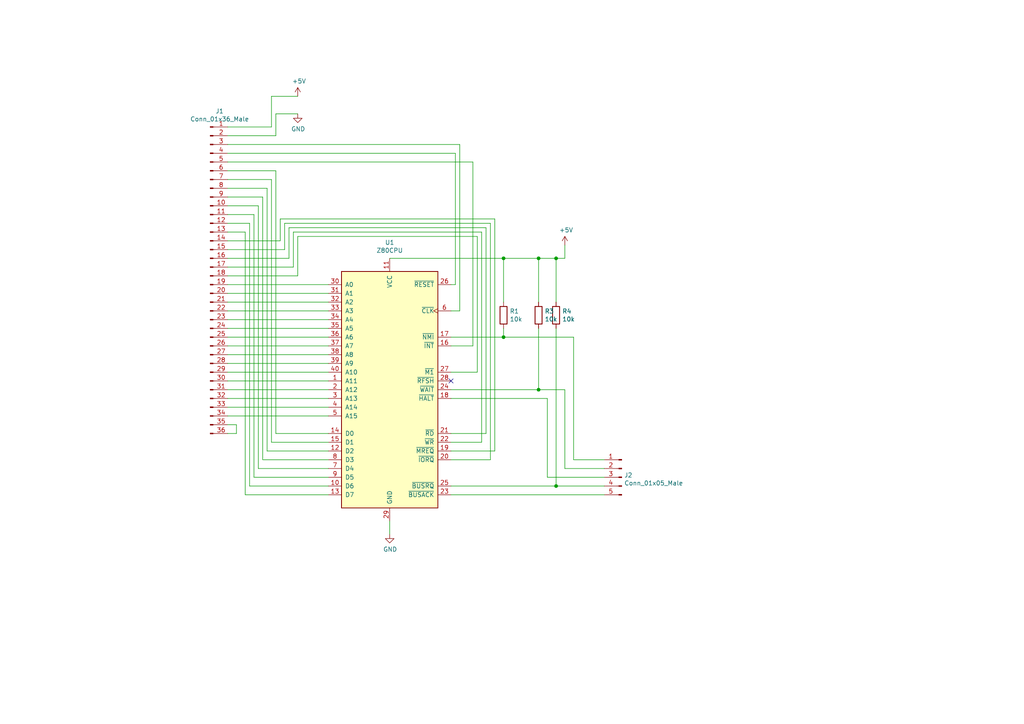
<source format=kicad_sch>
(kicad_sch (version 20211123) (generator eeschema)
  (paper "A4")
  (lib_symbols
    (symbol "CPU:Z80CPU" (pin_names (offset 1.016))
      (property "Reference" "U" (at -13.97 35.56 0))
      (property "Value" "Z80CPU" (at 6.35 35.56 0))
      (symbol "Z80CPU_0_1"
        (rectangle (start -13.97 34.29) (end 13.97 -34.29) (stroke (width 0.254)) (fill (type background)))
      )
      (symbol "Z80CPU_1_1"
        (pin output line (at 17.78 2.54 180) (length 3.81) (name "A11") (number "1"))
        (pin bidirectional line (at 17.78 -27.94 180) (length 3.81) (name "D6") (number "10"))
        (pin power_in line (at 0 38.1 270) (length 3.81) (name "VCC") (number "11"))
        (pin bidirectional line (at 17.78 -17.78 180) (length 3.81) (name "D2") (number "12"))
        (pin bidirectional line (at 17.78 -30.48 180) (length 3.81) (name "D7") (number "13"))
        (pin bidirectional line (at 17.78 -12.7 180) (length 3.81) (name "D0") (number "14"))
        (pin bidirectional line (at 17.78 -15.24 180) (length 3.81) (name "D1") (number "15"))
        (pin input line (at -17.78 12.7 0) (length 3.81) (name "~{INT}") (number "16"))
        (pin input line (at -17.78 15.24 0) (length 3.81) (name "~{NMI}") (number "17"))
        (pin output line (at -17.78 -2.54 0) (length 3.81) (name "~{HALT}") (number "18"))
        (pin output line (at -17.78 -17.78 0) (length 3.81) (name "~{MREQ}") (number "19"))
        (pin output line (at 17.78 0 180) (length 3.81) (name "A12") (number "2"))
        (pin output line (at -17.78 -20.32 0) (length 3.81) (name "~{IORQ}") (number "20"))
        (pin output line (at -17.78 -12.7 0) (length 3.81) (name "~{RD}") (number "21"))
        (pin output line (at -17.78 -15.24 0) (length 3.81) (name "~{WR}") (number "22"))
        (pin output line (at -17.78 -30.48 0) (length 3.81) (name "~{BUSACK}") (number "23"))
        (pin input line (at -17.78 0 0) (length 3.81) (name "~{WAIT}") (number "24"))
        (pin input line (at -17.78 -27.94 0) (length 3.81) (name "~{BUSRQ}") (number "25"))
        (pin input line (at -17.78 30.48 0) (length 3.81) (name "~{RESET}") (number "26"))
        (pin output line (at -17.78 5.08 0) (length 3.81) (name "~{M1}") (number "27"))
        (pin output line (at -17.78 2.54 0) (length 3.81) (name "~{RFSH}") (number "28"))
        (pin power_in line (at 0 -38.1 90) (length 3.81) (name "GND") (number "29"))
        (pin output line (at 17.78 -2.54 180) (length 3.81) (name "A13") (number "3"))
        (pin output line (at 17.78 30.48 180) (length 3.81) (name "A0") (number "30"))
        (pin output line (at 17.78 27.94 180) (length 3.81) (name "A1") (number "31"))
        (pin output line (at 17.78 25.4 180) (length 3.81) (name "A2") (number "32"))
        (pin output line (at 17.78 22.86 180) (length 3.81) (name "A3") (number "33"))
        (pin output line (at 17.78 20.32 180) (length 3.81) (name "A4") (number "34"))
        (pin output line (at 17.78 17.78 180) (length 3.81) (name "A5") (number "35"))
        (pin output line (at 17.78 15.24 180) (length 3.81) (name "A6") (number "36"))
        (pin output line (at 17.78 12.7 180) (length 3.81) (name "A7") (number "37"))
        (pin output line (at 17.78 10.16 180) (length 3.81) (name "A8") (number "38"))
        (pin output line (at 17.78 7.62 180) (length 3.81) (name "A9") (number "39"))
        (pin output line (at 17.78 -5.08 180) (length 3.81) (name "A14") (number "4"))
        (pin output line (at 17.78 5.08 180) (length 3.81) (name "A10") (number "40"))
        (pin output line (at 17.78 -7.62 180) (length 3.81) (name "A15") (number "5"))
        (pin input clock (at -17.78 22.86 0) (length 3.81) (name "~{CLK}") (number "6"))
        (pin bidirectional line (at 17.78 -22.86 180) (length 3.81) (name "D4") (number "7"))
        (pin bidirectional line (at 17.78 -20.32 180) (length 3.81) (name "D3") (number "8"))
        (pin bidirectional line (at 17.78 -25.4 180) (length 3.81) (name "D5") (number "9"))
      )
    )
    (symbol "Connector:Conn_01x05_Male" (pin_names (offset 1.016) hide)
      (property "Reference" "J" (at 0 7.62 0))
      (property "Value" "Conn_01x05_Male" (at 0 -7.62 0))
      (symbol "Conn_01x05_Male_1_1"
        (polyline (pts (xy 1.27 -5.08) (xy 0.8636 -5.08)) (stroke (width 0.1524)))
        (polyline (pts (xy 1.27 -2.54) (xy 0.8636 -2.54)) (stroke (width 0.1524)))
        (polyline (pts (xy 1.27 0) (xy 0.8636 0)) (stroke (width 0.1524)))
        (polyline (pts (xy 1.27 2.54) (xy 0.8636 2.54)) (stroke (width 0.1524)))
        (polyline (pts (xy 1.27 5.08) (xy 0.8636 5.08)) (stroke (width 0.1524)))
        (rectangle (start 0.8636 -4.953) (end 0 -5.207) (stroke (width 0.1524)) (fill (type outline)))
        (rectangle (start 0.8636 -2.413) (end 0 -2.667) (stroke (width 0.1524)) (fill (type outline)))
        (rectangle (start 0.8636 0.127) (end 0 -0.127) (stroke (width 0.1524)) (fill (type outline)))
        (rectangle (start 0.8636 2.667) (end 0 2.413) (stroke (width 0.1524)) (fill (type outline)))
        (rectangle (start 0.8636 5.207) (end 0 4.953) (stroke (width 0.1524)) (fill (type outline)))
        (pin passive line (at 5.08 5.08 180) (length 3.81) (name "Pin_1") (number "1"))
        (pin passive line (at 5.08 2.54 180) (length 3.81) (name "Pin_2") (number "2"))
        (pin passive line (at 5.08 0 180) (length 3.81) (name "Pin_3") (number "3"))
        (pin passive line (at 5.08 -2.54 180) (length 3.81) (name "Pin_4") (number "4"))
        (pin passive line (at 5.08 -5.08 180) (length 3.81) (name "Pin_5") (number "5"))
      )
    )
    (symbol "Connector:Conn_01x36_Male" (pin_names (offset 1.016) hide)
      (property "Reference" "J" (at 0 45.72 0))
      (property "Value" "Conn_01x36_Male" (at 0 -48.26 0))
      (symbol "Conn_01x36_Male_1_1"
        (polyline (pts (xy 1.27 -45.72) (xy 0.8636 -45.72)) (stroke (width 0.1524)))
        (polyline (pts (xy 1.27 -43.18) (xy 0.8636 -43.18)) (stroke (width 0.1524)))
        (polyline (pts (xy 1.27 -40.64) (xy 0.8636 -40.64)) (stroke (width 0.1524)))
        (polyline (pts (xy 1.27 -38.1) (xy 0.8636 -38.1)) (stroke (width 0.1524)))
        (polyline (pts (xy 1.27 -35.56) (xy 0.8636 -35.56)) (stroke (width 0.1524)))
        (polyline (pts (xy 1.27 -33.02) (xy 0.8636 -33.02)) (stroke (width 0.1524)))
        (polyline (pts (xy 1.27 -30.48) (xy 0.8636 -30.48)) (stroke (width 0.1524)))
        (polyline (pts (xy 1.27 -27.94) (xy 0.8636 -27.94)) (stroke (width 0.1524)))
        (polyline (pts (xy 1.27 -25.4) (xy 0.8636 -25.4)) (stroke (width 0.1524)))
        (polyline (pts (xy 1.27 -22.86) (xy 0.8636 -22.86)) (stroke (width 0.1524)))
        (polyline (pts (xy 1.27 -20.32) (xy 0.8636 -20.32)) (stroke (width 0.1524)))
        (polyline (pts (xy 1.27 -17.78) (xy 0.8636 -17.78)) (stroke (width 0.1524)))
        (polyline (pts (xy 1.27 -15.24) (xy 0.8636 -15.24)) (stroke (width 0.1524)))
        (polyline (pts (xy 1.27 -12.7) (xy 0.8636 -12.7)) (stroke (width 0.1524)))
        (polyline (pts (xy 1.27 -10.16) (xy 0.8636 -10.16)) (stroke (width 0.1524)))
        (polyline (pts (xy 1.27 -7.62) (xy 0.8636 -7.62)) (stroke (width 0.1524)))
        (polyline (pts (xy 1.27 -5.08) (xy 0.8636 -5.08)) (stroke (width 0.1524)))
        (polyline (pts (xy 1.27 -2.54) (xy 0.8636 -2.54)) (stroke (width 0.1524)))
        (polyline (pts (xy 1.27 0) (xy 0.8636 0)) (stroke (width 0.1524)))
        (polyline (pts (xy 1.27 2.54) (xy 0.8636 2.54)) (stroke (width 0.1524)))
        (polyline (pts (xy 1.27 5.08) (xy 0.8636 5.08)) (stroke (width 0.1524)))
        (polyline (pts (xy 1.27 7.62) (xy 0.8636 7.62)) (stroke (width 0.1524)))
        (polyline (pts (xy 1.27 10.16) (xy 0.8636 10.16)) (stroke (width 0.1524)))
        (polyline (pts (xy 1.27 12.7) (xy 0.8636 12.7)) (stroke (width 0.1524)))
        (polyline (pts (xy 1.27 15.24) (xy 0.8636 15.24)) (stroke (width 0.1524)))
        (polyline (pts (xy 1.27 17.78) (xy 0.8636 17.78)) (stroke (width 0.1524)))
        (polyline (pts (xy 1.27 20.32) (xy 0.8636 20.32)) (stroke (width 0.1524)))
        (polyline (pts (xy 1.27 22.86) (xy 0.8636 22.86)) (stroke (width 0.1524)))
        (polyline (pts (xy 1.27 25.4) (xy 0.8636 25.4)) (stroke (width 0.1524)))
        (polyline (pts (xy 1.27 27.94) (xy 0.8636 27.94)) (stroke (width 0.1524)))
        (polyline (pts (xy 1.27 30.48) (xy 0.8636 30.48)) (stroke (width 0.1524)))
        (polyline (pts (xy 1.27 33.02) (xy 0.8636 33.02)) (stroke (width 0.1524)))
        (polyline (pts (xy 1.27 35.56) (xy 0.8636 35.56)) (stroke (width 0.1524)))
        (polyline (pts (xy 1.27 38.1) (xy 0.8636 38.1)) (stroke (width 0.1524)))
        (polyline (pts (xy 1.27 40.64) (xy 0.8636 40.64)) (stroke (width 0.1524)))
        (polyline (pts (xy 1.27 43.18) (xy 0.8636 43.18)) (stroke (width 0.1524)))
        (rectangle (start 0.8636 -45.593) (end 0 -45.847) (stroke (width 0.1524)) (fill (type outline)))
        (rectangle (start 0.8636 -43.053) (end 0 -43.307) (stroke (width 0.1524)) (fill (type outline)))
        (rectangle (start 0.8636 -40.513) (end 0 -40.767) (stroke (width 0.1524)) (fill (type outline)))
        (rectangle (start 0.8636 -37.973) (end 0 -38.227) (stroke (width 0.1524)) (fill (type outline)))
        (rectangle (start 0.8636 -35.433) (end 0 -35.687) (stroke (width 0.1524)) (fill (type outline)))
        (rectangle (start 0.8636 -32.893) (end 0 -33.147) (stroke (width 0.1524)) (fill (type outline)))
        (rectangle (start 0.8636 -30.353) (end 0 -30.607) (stroke (width 0.1524)) (fill (type outline)))
        (rectangle (start 0.8636 -27.813) (end 0 -28.067) (stroke (width 0.1524)) (fill (type outline)))
        (rectangle (start 0.8636 -25.273) (end 0 -25.527) (stroke (width 0.1524)) (fill (type outline)))
        (rectangle (start 0.8636 -22.733) (end 0 -22.987) (stroke (width 0.1524)) (fill (type outline)))
        (rectangle (start 0.8636 -20.193) (end 0 -20.447) (stroke (width 0.1524)) (fill (type outline)))
        (rectangle (start 0.8636 -17.653) (end 0 -17.907) (stroke (width 0.1524)) (fill (type outline)))
        (rectangle (start 0.8636 -15.113) (end 0 -15.367) (stroke (width 0.1524)) (fill (type outline)))
        (rectangle (start 0.8636 -12.573) (end 0 -12.827) (stroke (width 0.1524)) (fill (type outline)))
        (rectangle (start 0.8636 -10.033) (end 0 -10.287) (stroke (width 0.1524)) (fill (type outline)))
        (rectangle (start 0.8636 -7.493) (end 0 -7.747) (stroke (width 0.1524)) (fill (type outline)))
        (rectangle (start 0.8636 -4.953) (end 0 -5.207) (stroke (width 0.1524)) (fill (type outline)))
        (rectangle (start 0.8636 -2.413) (end 0 -2.667) (stroke (width 0.1524)) (fill (type outline)))
        (rectangle (start 0.8636 0.127) (end 0 -0.127) (stroke (width 0.1524)) (fill (type outline)))
        (rectangle (start 0.8636 2.667) (end 0 2.413) (stroke (width 0.1524)) (fill (type outline)))
        (rectangle (start 0.8636 5.207) (end 0 4.953) (stroke (width 0.1524)) (fill (type outline)))
        (rectangle (start 0.8636 7.747) (end 0 7.493) (stroke (width 0.1524)) (fill (type outline)))
        (rectangle (start 0.8636 10.287) (end 0 10.033) (stroke (width 0.1524)) (fill (type outline)))
        (rectangle (start 0.8636 12.827) (end 0 12.573) (stroke (width 0.1524)) (fill (type outline)))
        (rectangle (start 0.8636 15.367) (end 0 15.113) (stroke (width 0.1524)) (fill (type outline)))
        (rectangle (start 0.8636 17.907) (end 0 17.653) (stroke (width 0.1524)) (fill (type outline)))
        (rectangle (start 0.8636 20.447) (end 0 20.193) (stroke (width 0.1524)) (fill (type outline)))
        (rectangle (start 0.8636 22.987) (end 0 22.733) (stroke (width 0.1524)) (fill (type outline)))
        (rectangle (start 0.8636 25.527) (end 0 25.273) (stroke (width 0.1524)) (fill (type outline)))
        (rectangle (start 0.8636 28.067) (end 0 27.813) (stroke (width 0.1524)) (fill (type outline)))
        (rectangle (start 0.8636 30.607) (end 0 30.353) (stroke (width 0.1524)) (fill (type outline)))
        (rectangle (start 0.8636 33.147) (end 0 32.893) (stroke (width 0.1524)) (fill (type outline)))
        (rectangle (start 0.8636 35.687) (end 0 35.433) (stroke (width 0.1524)) (fill (type outline)))
        (rectangle (start 0.8636 38.227) (end 0 37.973) (stroke (width 0.1524)) (fill (type outline)))
        (rectangle (start 0.8636 40.767) (end 0 40.513) (stroke (width 0.1524)) (fill (type outline)))
        (rectangle (start 0.8636 43.307) (end 0 43.053) (stroke (width 0.1524)) (fill (type outline)))
        (pin passive line (at 5.08 43.18 180) (length 3.81) (name "Pin_1") (number "1"))
        (pin passive line (at 5.08 20.32 180) (length 3.81) (name "Pin_10") (number "10"))
        (pin passive line (at 5.08 17.78 180) (length 3.81) (name "Pin_11") (number "11"))
        (pin passive line (at 5.08 15.24 180) (length 3.81) (name "Pin_12") (number "12"))
        (pin passive line (at 5.08 12.7 180) (length 3.81) (name "Pin_13") (number "13"))
        (pin passive line (at 5.08 10.16 180) (length 3.81) (name "Pin_14") (number "14"))
        (pin passive line (at 5.08 7.62 180) (length 3.81) (name "Pin_15") (number "15"))
        (pin passive line (at 5.08 5.08 180) (length 3.81) (name "Pin_16") (number "16"))
        (pin passive line (at 5.08 2.54 180) (length 3.81) (name "Pin_17") (number "17"))
        (pin passive line (at 5.08 0 180) (length 3.81) (name "Pin_18") (number "18"))
        (pin passive line (at 5.08 -2.54 180) (length 3.81) (name "Pin_19") (number "19"))
        (pin passive line (at 5.08 40.64 180) (length 3.81) (name "Pin_2") (number "2"))
        (pin passive line (at 5.08 -5.08 180) (length 3.81) (name "Pin_20") (number "20"))
        (pin passive line (at 5.08 -7.62 180) (length 3.81) (name "Pin_21") (number "21"))
        (pin passive line (at 5.08 -10.16 180) (length 3.81) (name "Pin_22") (number "22"))
        (pin passive line (at 5.08 -12.7 180) (length 3.81) (name "Pin_23") (number "23"))
        (pin passive line (at 5.08 -15.24 180) (length 3.81) (name "Pin_24") (number "24"))
        (pin passive line (at 5.08 -17.78 180) (length 3.81) (name "Pin_25") (number "25"))
        (pin passive line (at 5.08 -20.32 180) (length 3.81) (name "Pin_26") (number "26"))
        (pin passive line (at 5.08 -22.86 180) (length 3.81) (name "Pin_27") (number "27"))
        (pin passive line (at 5.08 -25.4 180) (length 3.81) (name "Pin_28") (number "28"))
        (pin passive line (at 5.08 -27.94 180) (length 3.81) (name "Pin_29") (number "29"))
        (pin passive line (at 5.08 38.1 180) (length 3.81) (name "Pin_3") (number "3"))
        (pin passive line (at 5.08 -30.48 180) (length 3.81) (name "Pin_30") (number "30"))
        (pin passive line (at 5.08 -33.02 180) (length 3.81) (name "Pin_31") (number "31"))
        (pin passive line (at 5.08 -35.56 180) (length 3.81) (name "Pin_32") (number "32"))
        (pin passive line (at 5.08 -38.1 180) (length 3.81) (name "Pin_33") (number "33"))
        (pin passive line (at 5.08 -40.64 180) (length 3.81) (name "Pin_34") (number "34"))
        (pin passive line (at 5.08 -43.18 180) (length 3.81) (name "Pin_35") (number "35"))
        (pin passive line (at 5.08 -45.72 180) (length 3.81) (name "Pin_36") (number "36"))
        (pin passive line (at 5.08 35.56 180) (length 3.81) (name "Pin_4") (number "4"))
        (pin passive line (at 5.08 33.02 180) (length 3.81) (name "Pin_5") (number "5"))
        (pin passive line (at 5.08 30.48 180) (length 3.81) (name "Pin_6") (number "6"))
        (pin passive line (at 5.08 27.94 180) (length 3.81) (name "Pin_7") (number "7"))
        (pin passive line (at 5.08 25.4 180) (length 3.81) (name "Pin_8") (number "8"))
        (pin passive line (at 5.08 22.86 180) (length 3.81) (name "Pin_9") (number "9"))
      )
    )
    (symbol "Device:R" (pin_numbers hide) (pin_names (offset 0))
      (property "Reference" "R" (at 2.032 0 90))
      (property "Value" "R" (at 0 0 90))
      (symbol "R_0_1"
        (rectangle (start -1.016 -2.54) (end 1.016 2.54) (stroke (width 0.254)))
      )
      (symbol "R_1_1"
        (pin passive line (at 0 3.81 270) (length 1.27) (name "~") (number "1"))
        (pin passive line (at 0 -3.81 90) (length 1.27) (name "~") (number "2"))
      )
    )
    (symbol "power:+5V" (power) (pin_names (offset 0))
      (property "Value" "+5V" (at 0 3.556 0))
      (symbol "+5V_0_1"
        (polyline (pts (xy -0.762 1.27) (xy 0 2.54)))
        (polyline (pts (xy 0 0) (xy 0 2.54)))
        (polyline (pts (xy 0 2.54) (xy 0.762 1.27)))
      )
      (symbol "+5V_1_1"
        (pin power_in line (at 0 0 90) (length 0) hide (name "+5V") (number "1"))
      )
    )
    (symbol "power:GND" (power) (pin_names (offset 0))
      (property "Value" "GND" (at 0 -3.81 0))
      (symbol "GND_0_1"
        (polyline (pts (xy 0 0) (xy 0 -1.27) (xy 1.27 -1.27) (xy 0 -2.54) (xy -1.27 -1.27) (xy 0 -1.27)))
      )
      (symbol "GND_1_1"
        (pin power_in line (at 0 0 270) (length 0) hide (name "GND") (number "1"))
      )
    )
  )
  (junction (at 161.29 74.93))
  (junction (at 161.29 140.97))
  (junction (at 156.21 74.93))
  (junction (at 146.05 97.79))
  (junction (at 156.21 113.03))
  (junction (at 146.05 74.93))
  (no_connect (at 130.81 110.49))
  (wire (pts (xy 78.74 36.83) (xy 78.74 27.94)))
  (wire (pts (xy 130.81 125.73) (xy 140.97 125.73)))
  (wire (pts (xy 143.51 130.81) (xy 143.51 63.5)))
  (wire (pts (xy 95.25 138.43) (xy 73.66 138.43)))
  (wire (pts (xy 161.29 140.97) (xy 175.26 140.97)))
  (wire (pts (xy 95.25 125.73) (xy 80.01 125.73)))
  (wire (pts (xy 95.25 118.11) (xy 66.04 118.11)))
  (wire (pts (xy 146.05 97.79) (xy 146.05 95.25)))
  (wire (pts (xy 140.97 125.73) (xy 140.97 66.04)))
  (wire (pts (xy 85.09 67.31) (xy 85.09 77.47)))
  (wire (pts (xy 163.83 113.03) (xy 163.83 135.89)))
  (wire (pts (xy 86.36 68.58) (xy 86.36 80.01)))
  (wire (pts (xy 80.01 33.02) (xy 86.36 33.02)))
  (wire (pts (xy 81.28 69.85) (xy 66.04 69.85)))
  (wire (pts (xy 146.05 87.63) (xy 146.05 74.93)))
  (wire (pts (xy 95.25 97.79) (xy 66.04 97.79)))
  (wire (pts (xy 95.25 85.09) (xy 66.04 85.09)))
  (wire (pts (xy 130.81 97.79) (xy 146.05 97.79)))
  (wire (pts (xy 95.25 87.63) (xy 66.04 87.63)))
  (wire (pts (xy 80.01 49.53) (xy 66.04 49.53)))
  (wire (pts (xy 161.29 74.93) (xy 163.83 74.93)))
  (wire (pts (xy 95.25 100.33) (xy 66.04 100.33)))
  (wire (pts (xy 86.36 80.01) (xy 66.04 80.01)))
  (wire (pts (xy 95.25 90.17) (xy 66.04 90.17)))
  (wire (pts (xy 138.43 107.95) (xy 138.43 68.58)))
  (wire (pts (xy 66.04 67.31) (xy 71.12 67.31)))
  (wire (pts (xy 74.93 59.69) (xy 66.04 59.69)))
  (wire (pts (xy 78.74 52.07) (xy 66.04 52.07)))
  (wire (pts (xy 80.01 39.37) (xy 80.01 33.02)))
  (wire (pts (xy 66.04 120.65) (xy 95.25 120.65)))
  (wire (pts (xy 113.03 74.93) (xy 146.05 74.93)))
  (wire (pts (xy 130.81 107.95) (xy 138.43 107.95)))
  (wire (pts (xy 83.82 74.93) (xy 66.04 74.93)))
  (wire (pts (xy 72.39 64.77) (xy 66.04 64.77)))
  (wire (pts (xy 66.04 123.19) (xy 68.58 123.19)))
  (wire (pts (xy 130.81 115.57) (xy 158.75 115.57)))
  (wire (pts (xy 161.29 87.63) (xy 161.29 74.93)))
  (wire (pts (xy 95.25 128.27) (xy 78.74 128.27)))
  (wire (pts (xy 146.05 74.93) (xy 156.21 74.93)))
  (wire (pts (xy 74.93 135.89) (xy 74.93 59.69)))
  (wire (pts (xy 139.7 67.31) (xy 85.09 67.31)))
  (wire (pts (xy 156.21 87.63) (xy 156.21 74.93)))
  (wire (pts (xy 80.01 125.73) (xy 80.01 49.53)))
  (wire (pts (xy 130.81 90.17) (xy 133.35 90.17)))
  (wire (pts (xy 73.66 62.23) (xy 66.04 62.23)))
  (wire (pts (xy 166.37 133.35) (xy 175.26 133.35)))
  (wire (pts (xy 130.81 140.97) (xy 161.29 140.97)))
  (wire (pts (xy 137.16 46.99) (xy 66.04 46.99)))
  (wire (pts (xy 95.25 107.95) (xy 66.04 107.95)))
  (wire (pts (xy 76.2 133.35) (xy 76.2 57.15)))
  (wire (pts (xy 82.55 72.39) (xy 66.04 72.39)))
  (wire (pts (xy 156.21 74.93) (xy 161.29 74.93)))
  (wire (pts (xy 161.29 140.97) (xy 161.29 95.25)))
  (wire (pts (xy 113.03 154.94) (xy 113.03 151.13)))
  (wire (pts (xy 130.81 82.55) (xy 132.08 82.55)))
  (wire (pts (xy 66.04 39.37) (xy 80.01 39.37)))
  (wire (pts (xy 158.75 138.43) (xy 175.26 138.43)))
  (wire (pts (xy 156.21 113.03) (xy 130.81 113.03)))
  (wire (pts (xy 95.25 133.35) (xy 76.2 133.35)))
  (wire (pts (xy 133.35 90.17) (xy 133.35 41.91)))
  (wire (pts (xy 68.58 123.19) (xy 68.58 125.73)))
  (wire (pts (xy 82.55 64.77) (xy 82.55 72.39)))
  (wire (pts (xy 78.74 128.27) (xy 78.74 52.07)))
  (wire (pts (xy 132.08 44.45) (xy 66.04 44.45)))
  (wire (pts (xy 95.25 105.41) (xy 66.04 105.41)))
  (wire (pts (xy 166.37 97.79) (xy 166.37 133.35)))
  (wire (pts (xy 158.75 115.57) (xy 158.75 138.43)))
  (wire (pts (xy 78.74 27.94) (xy 86.36 27.94)))
  (wire (pts (xy 73.66 138.43) (xy 73.66 62.23)))
  (wire (pts (xy 137.16 100.33) (xy 130.81 100.33)))
  (wire (pts (xy 95.25 82.55) (xy 66.04 82.55)))
  (wire (pts (xy 95.25 140.97) (xy 72.39 140.97)))
  (wire (pts (xy 156.21 113.03) (xy 156.21 95.25)))
  (wire (pts (xy 140.97 66.04) (xy 83.82 66.04)))
  (wire (pts (xy 146.05 97.79) (xy 166.37 97.79)))
  (wire (pts (xy 77.47 54.61) (xy 66.04 54.61)))
  (wire (pts (xy 71.12 67.31) (xy 71.12 143.51)))
  (wire (pts (xy 95.25 115.57) (xy 66.04 115.57)))
  (wire (pts (xy 95.25 110.49) (xy 66.04 110.49)))
  (wire (pts (xy 95.25 102.87) (xy 66.04 102.87)))
  (wire (pts (xy 95.25 130.81) (xy 77.47 130.81)))
  (wire (pts (xy 132.08 82.55) (xy 132.08 44.45)))
  (wire (pts (xy 95.25 135.89) (xy 74.93 135.89)))
  (wire (pts (xy 81.28 63.5) (xy 81.28 69.85)))
  (wire (pts (xy 95.25 92.71) (xy 66.04 92.71)))
  (wire (pts (xy 143.51 63.5) (xy 81.28 63.5)))
  (wire (pts (xy 130.81 133.35) (xy 142.24 133.35)))
  (wire (pts (xy 72.39 140.97) (xy 72.39 64.77)))
  (wire (pts (xy 77.47 130.81) (xy 77.47 54.61)))
  (wire (pts (xy 130.81 128.27) (xy 139.7 128.27)))
  (wire (pts (xy 66.04 36.83) (xy 78.74 36.83)))
  (wire (pts (xy 68.58 125.73) (xy 66.04 125.73)))
  (wire (pts (xy 133.35 41.91) (xy 66.04 41.91)))
  (wire (pts (xy 175.26 143.51) (xy 130.81 143.51)))
  (wire (pts (xy 71.12 143.51) (xy 95.25 143.51)))
  (wire (pts (xy 95.25 95.25) (xy 66.04 95.25)))
  (wire (pts (xy 156.21 113.03) (xy 163.83 113.03)))
  (wire (pts (xy 137.16 100.33) (xy 137.16 46.99)))
  (wire (pts (xy 142.24 133.35) (xy 142.24 64.77)))
  (wire (pts (xy 85.09 77.47) (xy 66.04 77.47)))
  (wire (pts (xy 163.83 135.89) (xy 175.26 135.89)))
  (wire (pts (xy 76.2 57.15) (xy 66.04 57.15)))
  (wire (pts (xy 139.7 128.27) (xy 139.7 67.31)))
  (wire (pts (xy 130.81 130.81) (xy 143.51 130.81)))
  (wire (pts (xy 163.83 71.12) (xy 163.83 74.93)))
  (wire (pts (xy 83.82 66.04) (xy 83.82 74.93)))
  (wire (pts (xy 95.25 113.03) (xy 66.04 113.03)))
  (wire (pts (xy 138.43 68.58) (xy 86.36 68.58)))
  (wire (pts (xy 142.24 64.77) (xy 82.55 64.77)))
  (symbol (lib_id "CPU:Z80CPU") (at 113.03 113.03 0) (mirror y) (unit 1)
    (property "Reference" "U1" (at 113.03 70.3326 0))
    (property "Value" "Z80CPU" (at 113.03 72.644 0))
    (property "Footprint" "Package_DIP:DIP-40_W15.24mm_Socket" (effects hide))
    (property "Datasheet" "www.zilog.com/manage_directlink.php?filepath=docs/z80/um0080" (effects hide))
  )
  (symbol (lib_id "Connector:Conn_01x36_Male") (at 60.96 80.01 0) (unit 1)
    (property "Reference" "J1" (at 63.7032 32.2326 0))
    (property "Value" "Conn_01x36_Male" (at 63.7032 34.544 0))
    (property "Footprint" "Connector_PinHeader_2.54mm:PinHeader_1x36_P2.54mm_Horizontal" (effects hide))
  )
  (symbol (lib_id "power:+5V") (at 86.36 27.94 0) (unit 1)
    (property "Reference" "#PWR0101" (effects hide))
    (property "Value" "+5V" (at 86.741 23.5458 0))
  )
  (symbol (lib_id "power:GND") (at 86.36 33.02 0) (unit 1)
    (property "Reference" "#PWR0102" (effects hide))
    (property "Value" "GND" (at 86.487 37.4142 0))
  )
  (symbol (lib_id "power:+5V") (at 163.83 71.12 0) (unit 1)
    (property "Reference" "#PWR0103" (effects hide))
    (property "Value" "+5V" (at 164.211 66.7258 0))
  )
  (symbol (lib_id "power:GND") (at 113.03 154.94 0) (unit 1)
    (property "Reference" "#PWR0104" (effects hide))
    (property "Value" "GND" (at 113.157 159.3342 0))
  )
  (symbol (lib_id "Device:R") (at 146.05 91.44 180) (unit 1)
    (property "Reference" "R1" (at 147.828 90.2716 0) (effects (justify right)))
    (property "Value" "10k" (at 147.828 92.583 0) (effects (justify right)))
    (property "Footprint" "Resistor_THT:R_Axial_DIN0204_L3.6mm_D1.6mm_P5.08mm_Horizontal" (effects hide))
  )
  (symbol (lib_id "Device:R") (at 156.21 91.44 0) (unit 1)
    (property "Reference" "R3" (at 157.988 90.2716 0) (effects (justify left)))
    (property "Value" "10k" (at 157.988 92.583 0) (effects (justify left)))
    (property "Footprint" "Resistor_THT:R_Axial_DIN0204_L3.6mm_D1.6mm_P5.08mm_Horizontal" (effects hide))
  )
  (symbol (lib_id "Device:R") (at 161.29 91.44 0) (unit 1)
    (property "Reference" "R4" (at 163.068 90.2716 0) (effects (justify left)))
    (property "Value" "10k" (at 163.068 92.583 0) (effects (justify left)))
    (property "Footprint" "Resistor_THT:R_Axial_DIN0204_L3.6mm_D1.6mm_P5.08mm_Horizontal" (effects hide))
  )
  (symbol (lib_id "Connector:Conn_01x05_Male") (at 180.34 138.43 0) (mirror y) (unit 1)
    (property "Reference" "J2" (at 181.0512 137.8204 0) (effects (justify right)))
    (property "Value" "Conn_01x05_Male" (at 181.0512 140.1318 0) (effects (justify right)))
    (property "Footprint" "Connector_PinHeader_2.54mm:PinHeader_1x05_P2.54mm_Vertical" (effects hide))
  )
)
</source>
